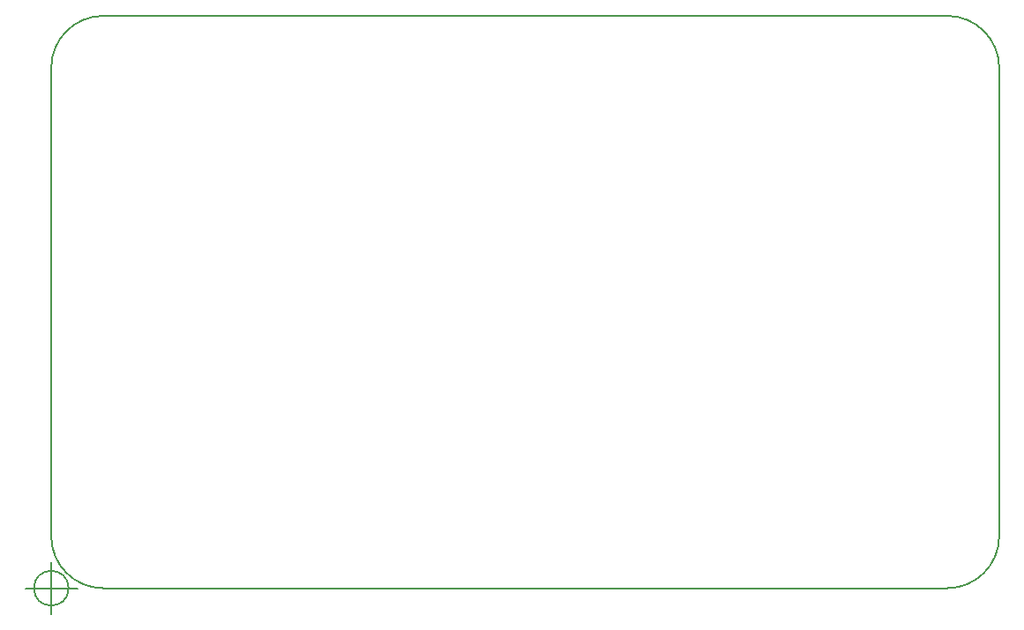
<source format=gbr>
G04 #@! TF.GenerationSoftware,KiCad,Pcbnew,(5.0.2)-1*
G04 #@! TF.CreationDate,2019-04-07T10:51:16+09:00*
G04 #@! TF.ProjectId,mitcard,6d697463-6172-4642-9e6b-696361645f70,rev?*
G04 #@! TF.SameCoordinates,Original*
G04 #@! TF.FileFunction,Profile,NP*
%FSLAX46Y46*%
G04 Gerber Fmt 4.6, Leading zero omitted, Abs format (unit mm)*
G04 Created by KiCad (PCBNEW (5.0.2)-1) date 2019/04/07 10:51:16*
%MOMM*%
%LPD*%
G01*
G04 APERTURE LIST*
%ADD10C,0.150000*%
G04 APERTURE END LIST*
D10*
X51666666Y-105000000D02*
G75*
G03X51666666Y-105000000I-1666666J0D01*
G01*
X47500000Y-105000000D02*
X52500000Y-105000000D01*
X50000000Y-102500000D02*
X50000000Y-107500000D01*
X136000000Y-50000000D02*
X55000000Y-50000000D01*
X141000000Y-100000000D02*
X141000000Y-55000000D01*
X55000000Y-105000000D02*
X136000000Y-105000000D01*
X50000000Y-55000000D02*
X50000000Y-100000000D01*
X136000000Y-50000000D02*
G75*
G02X141000000Y-55000000I0J-5000000D01*
G01*
X141000000Y-100000000D02*
G75*
G02X136000000Y-105000000I-5000000J0D01*
G01*
X55000000Y-105000000D02*
G75*
G02X50000000Y-100000000I0J5000000D01*
G01*
X50000000Y-55000000D02*
G75*
G02X55000000Y-50000000I5000000J0D01*
G01*
M02*

</source>
